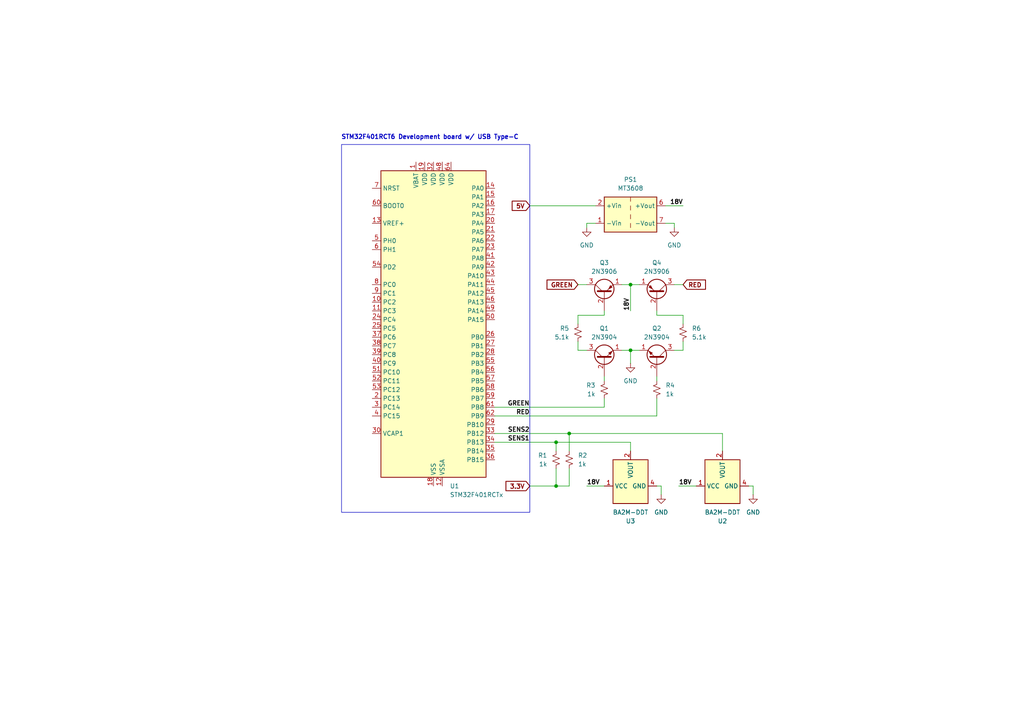
<source format=kicad_sch>
(kicad_sch (version 20231120) (generator "eeschema") (generator_version "8.0")
  (paper "A4")
  (lib_symbols
    (symbol "Converter_DCDC:ITX0505SA"
      (property "Reference" "PS" (at -7.62 6.35 0))
      (property "Value" "ITX0505SA" (at 1.27 6.35 0))
      (symbol "ITX0505SA_0_0"
        (pin power_in line (at -10.16 -2.54 0) (length 2.54) (name "-Vin") (number "1"))
        (pin power_in line (at -10.16 2.54 0) (length 2.54) (name "+Vin") (number "2"))
        (pin power_out line (at 10.16 2.54 180) (length 2.54) (name "+Vout") (number "6"))
        (pin power_out line (at 10.16 -2.54 180) (length 2.54) (name "-Vout") (number "7"))
        (pin no_connect line (at 7.62 0 180) (length 2.54) hide (name "NC") (number "8"))
      )
      (symbol "ITX0505SA_0_1"
        (rectangle (start -7.62 5.08) (end 7.62 -5.08) (stroke (width 0.254)) (fill (type background)))
        (polyline (pts (xy 0 -2.54) (xy 0 -3.81)))
        (polyline (pts (xy 0 0) (xy 0 -1.27)))
        (polyline (pts (xy 0 2.54) (xy 0 1.27)))
        (polyline (pts (xy 0 5.08) (xy 0 3.81)))
      )
    )
    (symbol "Device:R_Small_US" (pin_numbers hide) (pin_names (offset 0.254) hide)
      (property "Reference" "R" (at 0.762 0.508 0))
      (property "Value" "R_Small_US" (at 0.762 -1.016 0))
      (symbol "R_Small_US_1_1"
        (polyline (pts (xy 0 0) (xy 1.016 -0.381) (xy 0 -0.762) (xy -1.016 -1.143) (xy 0 -1.524)))
        (polyline (pts (xy 0 1.524) (xy 1.016 1.143) (xy 0 0.762) (xy -1.016 0.381) (xy 0 0)))
        (pin passive line (at 0 2.54 270) (length 1.016) (name "~") (number "1"))
        (pin passive line (at 0 -2.54 90) (length 1.016) (name "~") (number "2"))
      )
    )
    (symbol "MCU_ST_STM32F4:STM32F401RCTx"
      (property "Reference" "U" (at -15.24 46.99 0))
      (property "Value" "STM32F401RCTx" (at 7.62 46.99 0))
      (symbol "STM32F401RCTx_0_1"
        (rectangle (start -15.24 -43.18) (end 15.24 45.72) (stroke (width 0.254)) (fill (type background)))
      )
      (symbol "STM32F401RCTx_1_1"
        (pin power_in line (at -5.08 48.26 270) (length 2.54) (name "VBAT") (number "1"))
        (pin bidirectional line (at -17.78 7.62 0) (length 2.54) (name "PC2") (number "10"))
        (pin bidirectional line (at -17.78 5.08 0) (length 2.54) (name "PC3") (number "11"))
        (pin power_in line (at 2.54 -45.72 90) (length 2.54) (name "VSSA") (number "12"))
        (pin input line (at -17.78 30.48 0) (length 2.54) (name "VREF+") (number "13"))
        (pin bidirectional line (at 17.78 40.64 180) (length 2.54) (name "PA0") (number "14"))
        (pin bidirectional line (at 17.78 38.1 180) (length 2.54) (name "PA1") (number "15"))
        (pin bidirectional line (at 17.78 35.56 180) (length 2.54) (name "PA2") (number "16"))
        (pin bidirectional line (at 17.78 33.02 180) (length 2.54) (name "PA3") (number "17"))
        (pin power_in line (at 0 -45.72 90) (length 2.54) (name "VSS") (number "18"))
        (pin power_in line (at -2.54 48.26 270) (length 2.54) (name "VDD") (number "19"))
        (pin bidirectional line (at -17.78 -20.32 0) (length 2.54) (name "PC13") (number "2"))
        (pin bidirectional line (at 17.78 30.48 180) (length 2.54) (name "PA4") (number "20"))
        (pin bidirectional line (at 17.78 27.94 180) (length 2.54) (name "PA5") (number "21"))
        (pin bidirectional line (at 17.78 25.4 180) (length 2.54) (name "PA6") (number "22"))
        (pin bidirectional line (at 17.78 22.86 180) (length 2.54) (name "PA7") (number "23"))
        (pin bidirectional line (at -17.78 2.54 0) (length 2.54) (name "PC4") (number "24"))
        (pin bidirectional line (at -17.78 0 0) (length 2.54) (name "PC5") (number "25"))
        (pin bidirectional line (at 17.78 -2.54 180) (length 2.54) (name "PB0") (number "26"))
        (pin bidirectional line (at 17.78 -5.08 180) (length 2.54) (name "PB1") (number "27"))
        (pin bidirectional line (at 17.78 -7.62 180) (length 2.54) (name "PB2") (number "28"))
        (pin bidirectional line (at 17.78 -27.94 180) (length 2.54) (name "PB10") (number "29"))
        (pin bidirectional line (at -17.78 -22.86 0) (length 2.54) (name "PC14") (number "3"))
        (pin power_out line (at -17.78 -30.48 0) (length 2.54) (name "VCAP1") (number "30"))
        (pin passive line (at 0 -45.72 90) (length 2.54) hide (name "VSS") (number "31"))
        (pin power_in line (at 0 48.26 270) (length 2.54) (name "VDD") (number "32"))
        (pin bidirectional line (at 17.78 -30.48 180) (length 2.54) (name "PB12") (number "33"))
        (pin bidirectional line (at 17.78 -33.02 180) (length 2.54) (name "PB13") (number "34"))
        (pin bidirectional line (at 17.78 -35.56 180) (length 2.54) (name "PB14") (number "35"))
        (pin bidirectional line (at 17.78 -38.1 180) (length 2.54) (name "PB15") (number "36"))
        (pin bidirectional line (at -17.78 -2.54 0) (length 2.54) (name "PC6") (number "37"))
        (pin bidirectional line (at -17.78 -5.08 0) (length 2.54) (name "PC7") (number "38"))
        (pin bidirectional line (at -17.78 -7.62 0) (length 2.54) (name "PC8") (number "39"))
        (pin bidirectional line (at -17.78 -25.4 0) (length 2.54) (name "PC15") (number "4"))
        (pin bidirectional line (at -17.78 -10.16 0) (length 2.54) (name "PC9") (number "40"))
        (pin bidirectional line (at 17.78 20.32 180) (length 2.54) (name "PA8") (number "41"))
        (pin bidirectional line (at 17.78 17.78 180) (length 2.54) (name "PA9") (number "42"))
        (pin bidirectional line (at 17.78 15.24 180) (length 2.54) (name "PA10") (number "43"))
        (pin bidirectional line (at 17.78 12.7 180) (length 2.54) (name "PA11") (number "44"))
        (pin bidirectional line (at 17.78 10.16 180) (length 2.54) (name "PA12") (number "45"))
        (pin bidirectional line (at 17.78 7.62 180) (length 2.54) (name "PA13") (number "46"))
        (pin passive line (at 0 -45.72 90) (length 2.54) hide (name "VSS") (number "47"))
        (pin power_in line (at 2.54 48.26 270) (length 2.54) (name "VDD") (number "48"))
        (pin bidirectional line (at 17.78 5.08 180) (length 2.54) (name "PA14") (number "49"))
        (pin bidirectional line (at -17.78 25.4 0) (length 2.54) (name "PH0") (number "5"))
        (pin bidirectional line (at 17.78 2.54 180) (length 2.54) (name "PA15") (number "50"))
        (pin bidirectional line (at -17.78 -12.7 0) (length 2.54) (name "PC10") (number "51"))
        (pin bidirectional line (at -17.78 -15.24 0) (length 2.54) (name "PC11") (number "52"))
        (pin bidirectional line (at -17.78 -17.78 0) (length 2.54) (name "PC12") (number "53"))
        (pin bidirectional line (at -17.78 17.78 0) (length 2.54) (name "PD2") (number "54"))
        (pin bidirectional line (at 17.78 -10.16 180) (length 2.54) (name "PB3") (number "55"))
        (pin bidirectional line (at 17.78 -12.7 180) (length 2.54) (name "PB4") (number "56"))
        (pin bidirectional line (at 17.78 -15.24 180) (length 2.54) (name "PB5") (number "57"))
        (pin bidirectional line (at 17.78 -17.78 180) (length 2.54) (name "PB6") (number "58"))
        (pin bidirectional line (at 17.78 -20.32 180) (length 2.54) (name "PB7") (number "59"))
        (pin bidirectional line (at -17.78 22.86 0) (length 2.54) (name "PH1") (number "6"))
        (pin input line (at -17.78 35.56 0) (length 2.54) (name "BOOT0") (number "60"))
        (pin bidirectional line (at 17.78 -22.86 180) (length 2.54) (name "PB8") (number "61"))
        (pin bidirectional line (at 17.78 -25.4 180) (length 2.54) (name "PB9") (number "62"))
        (pin passive line (at 0 -45.72 90) (length 2.54) hide (name "VSS") (number "63"))
        (pin power_in line (at 5.08 48.26 270) (length 2.54) (name "VDD") (number "64"))
        (pin input line (at -17.78 40.64 0) (length 2.54) (name "NRST") (number "7"))
        (pin bidirectional line (at -17.78 12.7 0) (length 2.54) (name "PC0") (number "8"))
        (pin bidirectional line (at -17.78 10.16 0) (length 2.54) (name "PC1") (number "9"))
      )
    )
    (symbol "Sensor_Current:A1363xKTTN-1"
      (property "Reference" "U" (at 8.89 6.35 0))
      (property "Value" "A1363xKTTN-1" (at 8.89 3.81 0))
      (symbol "A1363xKTTN-1_0_1"
        (rectangle (start -5.08 5.08) (end 7.62 -5.08) (stroke (width 0.254)) (fill (type background)))
      )
      (symbol "A1363xKTTN-1_1_1"
        (pin power_in line (at 0 7.62 270) (length 2.54) (name "VCC") (number "1"))
        (pin output line (at 10.16 0 180) (length 2.54) (name "VOUT") (number "2"))
        (pin no_connect line (at 7.62 -2.54 180) (length 2.54) hide (name "NC") (number "3"))
        (pin power_in line (at 0 -7.62 90) (length 2.54) (name "GND") (number "4"))
      )
    )
    (symbol "Transistor_BJT:2N3904" (pin_names (offset 0) hide)
      (property "Reference" "Q" (at 5.08 1.905 0))
      (property "Value" "2N3904" (at 5.08 0 0))
      (symbol "2N3904_0_1"
        (polyline (pts (xy 0.635 0.635) (xy 2.54 2.54)))
        (polyline (pts (xy 0.635 -0.635) (xy 2.54 -2.54) (xy 2.54 -2.54)))
        (polyline (pts (xy 0.635 1.905) (xy 0.635 -1.905) (xy 0.635 -1.905)) (stroke (width 0.508)))
        (polyline (pts (xy 1.27 -1.778) (xy 1.778 -1.27) (xy 2.286 -2.286) (xy 1.27 -1.778) (xy 1.27 -1.778)) (fill (type outline)))
        (circle (center 1.27 0) (radius 2.8194) (stroke (width 0.254)))
      )
      (symbol "2N3904_1_1"
        (pin passive line (at 2.54 -5.08 90) (length 2.54) (name "E") (number "1"))
        (pin passive line (at -5.08 0 0) (length 5.715) (name "B") (number "2"))
        (pin passive line (at 2.54 5.08 270) (length 2.54) (name "C") (number "3"))
      )
    )
    (symbol "Transistor_BJT:2N3906" (pin_names (offset 0) hide)
      (property "Reference" "Q" (at 5.08 1.905 0))
      (property "Value" "2N3906" (at 5.08 0 0))
      (symbol "2N3906_0_1"
        (polyline (pts (xy 0.635 0.635) (xy 2.54 2.54)))
        (polyline (pts (xy 0.635 -0.635) (xy 2.54 -2.54) (xy 2.54 -2.54)))
        (polyline (pts (xy 0.635 1.905) (xy 0.635 -1.905) (xy 0.635 -1.905)) (stroke (width 0.508)))
        (polyline (pts (xy 2.286 -1.778) (xy 1.778 -2.286) (xy 1.27 -1.27) (xy 2.286 -1.778) (xy 2.286 -1.778)) (fill (type outline)))
        (circle (center 1.27 0) (radius 2.8194) (stroke (width 0.254)))
      )
      (symbol "2N3906_1_1"
        (pin passive line (at 2.54 -5.08 90) (length 2.54) (name "E") (number "1"))
        (pin input line (at -5.08 0 0) (length 5.715) (name "B") (number "2"))
        (pin passive line (at 2.54 5.08 270) (length 2.54) (name "C") (number "3"))
      )
    )
    (symbol "power:GND" (power) (pin_numbers hide) (pin_names (offset 0) hide)
      (property "Value" "GND" (at 0 -3.81 0))
      (symbol "GND_0_1"
        (polyline (pts (xy 0 0) (xy 0 -1.27) (xy 1.27 -1.27) (xy 0 -2.54) (xy -1.27 -1.27) (xy 0 -1.27)))
      )
      (symbol "GND_1_1"
        (pin power_in line (at 0 0 270) (length 0) (name "~") (number "1"))
      )
    )
  )
  (junction (at 182.88 82.55))
  (junction (at 165.1 125.73))
  (junction (at 161.29 140.97))
  (junction (at 161.29 128.27))
  (junction (at 182.88 101.6))
  (wire (pts (xy 190.5 91.44) (xy 198.12 91.44)))
  (wire (pts (xy 190.5 109.22) (xy 190.5 110.49)))
  (wire (pts (xy 182.88 128.27) (xy 182.88 130.81)))
  (wire (pts (xy 143.51 125.73) (xy 165.1 125.73)))
  (wire (pts (xy 198.12 101.6) (xy 198.12 99.06)))
  (wire (pts (xy 161.29 130.81) (xy 161.29 128.27)))
  (wire (pts (xy 167.64 101.6) (xy 170.18 101.6)))
  (wire (pts (xy 161.29 128.27) (xy 182.88 128.27)))
  (wire (pts (xy 175.26 109.22) (xy 175.26 110.49)))
  (wire (pts (xy 161.29 140.97) (xy 165.1 140.97)))
  (wire (pts (xy 182.88 101.6) (xy 182.88 105.41)))
  (wire (pts (xy 143.51 120.65) (xy 190.5 120.65)))
  (wire (pts (xy 167.64 82.55) (xy 170.18 82.55)))
  (wire (pts (xy 190.5 115.57) (xy 190.5 120.65)))
  (wire (pts (xy 191.77 140.97) (xy 190.5 140.97)))
  (wire (pts (xy 143.51 118.11) (xy 175.26 118.11)))
  (wire (pts (xy 170.18 64.77) (xy 172.72 64.77)))
  (wire (pts (xy 191.77 143.51) (xy 191.77 140.97)))
  (wire (pts (xy 201.93 140.97) (xy 196.85 140.97)))
  (wire (pts (xy 167.64 99.06) (xy 167.64 101.6)))
  (wire (pts (xy 175.26 115.57) (xy 175.26 118.11)))
  (wire (pts (xy 218.44 143.51) (xy 218.44 140.97)))
  (wire (pts (xy 195.58 64.77) (xy 195.58 66.04)))
  (wire (pts (xy 198.12 82.55) (xy 195.58 82.55)))
  (wire (pts (xy 170.18 66.04) (xy 170.18 64.77)))
  (wire (pts (xy 209.55 125.73) (xy 165.1 125.73)))
  (wire (pts (xy 195.58 101.6) (xy 198.12 101.6)))
  (wire (pts (xy 167.64 91.44) (xy 167.64 93.98)))
  (wire (pts (xy 180.34 82.55) (xy 182.88 82.55)))
  (wire (pts (xy 193.04 64.77) (xy 195.58 64.77)))
  (wire (pts (xy 153.67 140.97) (xy 161.29 140.97)))
  (wire (pts (xy 175.26 91.44) (xy 167.64 91.44)))
  (wire (pts (xy 143.51 128.27) (xy 161.29 128.27)))
  (wire (pts (xy 198.12 91.44) (xy 198.12 93.98)))
  (wire (pts (xy 175.26 91.44) (xy 175.26 90.17)))
  (wire (pts (xy 190.5 91.44) (xy 190.5 90.17)))
  (wire (pts (xy 193.04 59.69) (xy 198.12 59.69)))
  (wire (pts (xy 218.44 140.97) (xy 217.17 140.97)))
  (wire (pts (xy 165.1 130.81) (xy 165.1 125.73)))
  (wire (pts (xy 209.55 130.81) (xy 209.55 125.73)))
  (wire (pts (xy 182.88 101.6) (xy 185.42 101.6)))
  (wire (pts (xy 180.34 101.6) (xy 182.88 101.6)))
  (wire (pts (xy 175.26 140.97) (xy 170.18 140.97)))
  (wire (pts (xy 182.88 82.55) (xy 185.42 82.55)))
  (wire (pts (xy 165.1 140.97) (xy 165.1 135.89)))
  (wire (pts (xy 182.88 82.55) (xy 182.88 90.17)))
  (wire (pts (xy 161.29 140.97) (xy 161.29 135.89)))
  (wire (pts (xy 153.67 59.69) (xy 172.72 59.69)))
  (rectangle (start 99.06 41.91) (end 153.67 148.59))
  (text "STM32F401RCT6 Development board w/ USB Type-C" (at 124.714 39.878 0) (effects (font (size 1.27 1.27) (thickness 0.254) (bold yes))))
  (label "RED" (at 153.67 120.65 180) (effects (font (thickness 0.254) (bold yes))))
  (label "GREEN" (at 153.67 118.11 180) (effects (font (thickness 0.254) (bold yes))))
  (label "18V" (at 196.85 140.97 0) (effects (font (thickness 0.254) (bold yes))))
  (label "18V" (at 198.12 59.69 180) (effects (font (thickness 0.254) (bold yes))))
  (label "18V" (at 182.88 90.17 90) (effects (font (thickness 0.254) (bold yes))))
  (label "SENS1" (at 153.67 128.27 180) (effects (font (thickness 0.254) (bold yes))))
  (label "18V" (at 170.18 140.97 0) (effects (font (thickness 0.254) (bold yes))))
  (label "SENS2" (at 153.67 125.73 180) (effects (font (thickness 0.254) (bold yes))))
  (global_label "3.3V" (shape input) (at 153.67 140.97 180) (effects (font (thickness 0.254) (bold yes))) (property "Intersheetrefs" "${INTERSHEET_REFS}" (effects (hide yes))))
  (global_label "RED" (shape input) (at 198.12 82.55 0) (effects (font (thickness 0.254) (bold yes))) (property "Intersheetrefs" "${INTERSHEET_REFS}" (effects (hide yes))))
  (global_label "GREEN" (shape input) (at 167.64 82.55 180) (effects (font (thickness 0.254) (bold yes))) (property "Intersheetrefs" "${INTERSHEET_REFS}" (effects (hide yes))))
  (global_label "5V" (shape input) (at 153.67 59.69 180) (effects (font (thickness 0.254) (bold yes))) (property "Intersheetrefs" "${INTERSHEET_REFS}" (effects (hide yes))))
  (symbol (lib_id "power:GND") (at 182.88 105.41 0) (unit 1)
    (property "Reference" "#PWR05" (effects (hide yes)))
    (property "Value" "GND" (at 182.88 110.49 0))
    (property "Description" "Power symbol creates a global label with name \"GND\" , ground" (effects (hide yes)))
  )
  (symbol (lib_id "power:GND") (at 191.77 143.51 0) (mirror y) (unit 1)
    (property "Reference" "#PWR04" (effects (hide yes)))
    (property "Value" "GND" (at 191.77 148.59 0))
    (property "Description" "Power symbol creates a global label with name \"GND\" , ground" (effects (hide yes)))
  )
  (symbol (lib_id "Transistor_BJT:2N3904") (at 190.5 104.14 270) (mirror x) (unit 1)
    (property "Reference" "Q2" (at 190.5 95.25 90))
    (property "Value" "2N3904" (at 190.5 97.79 90))
    (property "Footprint" "Package_TO_SOT_THT:TO-92_Inline" (effects (hide yes)))
    (property "Datasheet" "https://www.onsemi.com/pub/Collateral/2N3903-D.PDF" (effects (hide yes)))
    (property "Description" "0.2A Ic, 40V Vce, Small Signal NPN Transistor, TO-92" (effects (hide yes)))
  )
  (symbol (lib_id "MCU_ST_STM32F4:STM32F401RCTx") (at 125.73 95.25 0) (unit 1)
    (property "Reference" "U1" (at 130.4641 140.97 0) (effects (justify left)))
    (property "Value" "STM32F401RCTx" (at 130.4641 143.51 0) (effects (justify left)))
    (property "Footprint" "Package_QFP:LQFP-64_10x10mm_P0.5mm" (effects (hide yes)))
    (property "Datasheet" "https://www.st.com/resource/en/datasheet/stm32f401rc.pdf" (effects (hide yes)))
    (property "Description" "STMicroelectronics Arm Cortex-M4 MCU, 256KB flash, 64KB RAM, 84 MHz, 1.7-3.6V, 50 GPIO, LQFP64" (effects (hide yes)))
  )
  (symbol (lib_id "Device:R_Small_US") (at 198.12 96.52 0) (mirror y) (unit 1)
    (property "Reference" "R6" (at 200.66 95.25 0) (effects (justify right)))
    (property "Value" "5.1k" (at 200.66 97.79 0) (effects (justify right)))
    (property "Description" "Resistor, small US symbol" (effects (hide yes)))
  )
  (symbol (lib_id "Converter_DCDC:ITX0505SA") (at 182.88 62.23 0) (unit 1)
    (property "Reference" "PS1" (at 182.88 52.07 0))
    (property "Value" "MT3608" (at 182.88 54.61 0))
    (property "Footprint" "Converter_DCDC:Converter_DCDC_XP_POWER-ITXxxxxSA_THT" (effects (hide yes)))
    (property "Datasheet" "https://www.xppower.com/pdfs/SF_ITX.pdf" (effects (hide yes)))
    (property "Description" "XP Power 6W, 1000 VDC Isolated DC/DC Converter Module, Fully Regulated Single Output Voltage 5V, ±1200mA, 5V Input Voltage, SIP" (effects (hide yes)))
  )
  (symbol (lib_id "Sensor_Current:A1363xKTTN-1") (at 182.88 140.97 90) (unit 1)
    (property "Reference" "U3" (at 182.88 151.13 90))
    (property "Value" "BA2M-DDT" (at 182.88 148.59 90))
    (property "Footprint" "Sensor_Current:Allegro_SIP-4" (effects (hide yes)))
    (property "Datasheet" "http://www.allegromicro.com/~/media/Files/Datasheets/A1363-Datasheet.ashx?la=en" (effects (hide yes)))
    (property "Description" "Programmable Linear Hall Effect Sensor, +0.6 to +1.3mV/G, SIP-4" (effects (hide yes)))
  )
  (symbol (lib_id "Sensor_Current:A1363xKTTN-1") (at 209.55 140.97 90) (unit 1)
    (property "Reference" "U2" (at 209.55 151.13 90))
    (property "Value" "BA2M-DDT" (at 209.55 148.59 90))
    (property "Footprint" "Sensor_Current:Allegro_SIP-4" (effects (hide yes)))
    (property "Datasheet" "http://www.allegromicro.com/~/media/Files/Datasheets/A1363-Datasheet.ashx?la=en" (effects (hide yes)))
    (property "Description" "Programmable Linear Hall Effect Sensor, +0.6 to +1.3mV/G, SIP-4" (effects (hide yes)))
  )
  (symbol (lib_id "power:GND") (at 195.58 66.04 0) (unit 1)
    (property "Reference" "#PWR01" (effects (hide yes)))
    (property "Value" "GND" (at 195.58 71.12 0))
    (property "Description" "Power symbol creates a global label with name \"GND\" , ground" (effects (hide yes)))
  )
  (symbol (lib_id "Device:R_Small_US") (at 167.64 96.52 0) (mirror x) (unit 1)
    (property "Reference" "R5" (at 165.1 95.2499 0) (effects (justify right)))
    (property "Value" "5.1k" (at 165.1 97.7899 0) (effects (justify right)))
    (property "Description" "Resistor, small US symbol" (effects (hide yes)))
  )
  (symbol (lib_id "Transistor_BJT:2N3906") (at 190.5 85.09 270) (mirror x) (unit 1)
    (property "Reference" "Q4" (at 190.5 76.2 90))
    (property "Value" "2N3906" (at 190.5 78.74 90))
    (property "Footprint" "Package_TO_SOT_THT:TO-92_Inline" (effects (hide yes)))
    (property "Datasheet" "https://www.onsemi.com/pub/Collateral/2N3906-D.PDF" (effects (hide yes)))
    (property "Description" "-0.2A Ic, -40V Vce, Small Signal PNP Transistor, TO-92" (effects (hide yes)))
  )
  (symbol (lib_id "Device:R_Small_US") (at 161.29 133.35 0) (mirror x) (unit 1)
    (property "Reference" "R1" (at 158.75 132.0799 0) (effects (justify right)))
    (property "Value" "1k" (at 158.75 134.6199 0) (effects (justify right)))
    (property "Description" "Resistor, small US symbol" (effects (hide yes)))
  )
  (symbol (lib_id "Device:R_Small_US") (at 190.5 113.03 0) (mirror y) (unit 1)
    (property "Reference" "R4" (at 193.04 111.76 0) (effects (justify right)))
    (property "Value" "1k" (at 193.04 114.3 0) (effects (justify right)))
    (property "Description" "Resistor, small US symbol" (effects (hide yes)))
  )
  (symbol (lib_id "Device:R_Small_US") (at 165.1 133.35 0) (mirror y) (unit 1)
    (property "Reference" "R2" (at 167.64 132.08 0) (effects (justify right)))
    (property "Value" "1k" (at 167.64 134.62 0) (effects (justify right)))
    (property "Description" "Resistor, small US symbol" (effects (hide yes)))
  )
  (symbol (lib_id "Transistor_BJT:2N3904") (at 175.26 104.14 90) (unit 1)
    (property "Reference" "Q1" (at 175.26 95.25 90))
    (property "Value" "2N3904" (at 175.26 97.79 90))
    (property "Footprint" "Package_TO_SOT_THT:TO-92_Inline" (effects (hide yes)))
    (property "Datasheet" "https://www.onsemi.com/pub/Collateral/2N3903-D.PDF" (effects (hide yes)))
    (property "Description" "0.2A Ic, 40V Vce, Small Signal NPN Transistor, TO-92" (effects (hide yes)))
  )
  (symbol (lib_id "power:GND") (at 170.18 66.04 0) (unit 1)
    (property "Reference" "#PWR02" (effects (hide yes)))
    (property "Value" "GND" (at 170.18 71.12 0))
    (property "Description" "Power symbol creates a global label with name \"GND\" , ground" (effects (hide yes)))
  )
  (symbol (lib_id "Transistor_BJT:2N3906") (at 175.26 85.09 90) (unit 1)
    (property "Reference" "Q3" (at 175.26 76.2 90))
    (property "Value" "2N3906" (at 175.26 78.74 90))
    (property "Footprint" "Package_TO_SOT_THT:TO-92_Inline" (effects (hide yes)))
    (property "Datasheet" "https://www.onsemi.com/pub/Collateral/2N3906-D.PDF" (effects (hide yes)))
    (property "Description" "-0.2A Ic, -40V Vce, Small Signal PNP Transistor, TO-92" (effects (hide yes)))
  )
  (symbol (lib_id "Device:R_Small_US") (at 175.26 113.03 0) (mirror x) (unit 1)
    (property "Reference" "R3" (at 172.72 111.7599 0) (effects (justify right)))
    (property "Value" "1k" (at 172.72 114.2999 0) (effects (justify right)))
    (property "Description" "Resistor, small US symbol" (effects (hide yes)))
  )
  (symbol (lib_id "power:GND") (at 218.44 143.51 0) (mirror y) (unit 1)
    (property "Reference" "#PWR03" (effects (hide yes)))
    (property "Value" "GND" (at 218.44 148.59 0))
    (property "Description" "Power symbol creates a global label with name \"GND\" , ground" (effects (hide yes)))
  )
)
</source>
